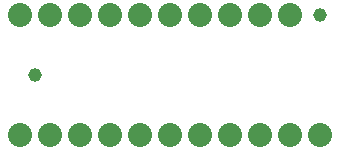
<source format=gbs>
G04 EAGLE Gerber RS-274X export*
G75*
%MOMM*%
%FSLAX34Y34*%
%LPD*%
%INSoldermask Bottom*%
%IPPOS*%
%AMOC8*
5,1,8,0,0,1.08239X$1,22.5*%
G01*
%ADD10C,1.152400*%
%ADD11C,2.032000*%


D10*
X266700Y114300D03*
X25400Y63500D03*
D11*
X266700Y12700D03*
X241300Y12700D03*
X215900Y12700D03*
X190500Y12700D03*
X165100Y12700D03*
X139700Y12700D03*
X114300Y12700D03*
X88900Y12700D03*
X63500Y12700D03*
X38100Y12700D03*
X12700Y12700D03*
X241300Y114300D03*
X215900Y114300D03*
X190500Y114300D03*
X165100Y114300D03*
X139700Y114300D03*
X114300Y114300D03*
X88900Y114300D03*
X63500Y114300D03*
X38100Y114300D03*
X12700Y114300D03*
M02*

</source>
